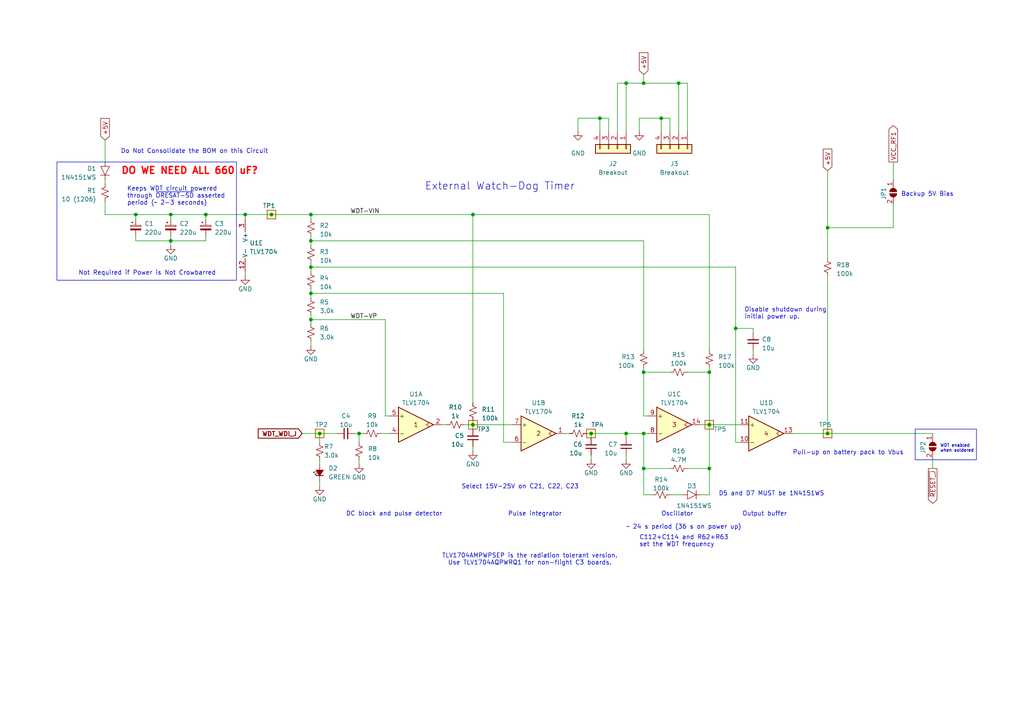
<source format=kicad_sch>
(kicad_sch (version 20231120) (generator "eeschema") (generator_version "8.0")
  (paper "A4")
  (lib_symbols
    (symbol "Connector_Generic:Conn_01x04" (pin_names (offset 1.016) hide)
      (property "Reference" "J" (at 0 5.08 0))
      (property "Value" "Conn_01x04" (at 0 -7.62 0))
      (symbol "Conn_01x04_1_1"
        (pin passive line (at -5.08 2.54 0) (length 3.81) (name "Pin_1") (number "1"))
        (pin passive line (at -5.08 0 0) (length 3.81) (name "Pin_2") (number "2"))
        (pin passive line (at -5.08 -2.54 0) (length 3.81) (name "Pin_3") (number "3"))
        (pin passive line (at -5.08 -5.08 0) (length 3.81) (name "Pin_4") (number "4"))
      )
    )
    (symbol "Device:C_Polarized_Small" (pin_numbers hide) (pin_names (offset 0.254) hide)
      (property "Reference" "C" (at 0.254 1.778 0))
      (property "Value" "C_Polarized_Small" (at 0.254 -2.032 0))
      (symbol "C_Polarized_Small_1_1"
        (pin passive line (at 0 2.54 270) (length 1.8542) (name "~") (number "1"))
        (pin passive line (at 0 -2.54 90) (length 1.8542) (name "~") (number "2"))
      )
    )
    (symbol "Device:C_Small" (pin_numbers hide) (pin_names (offset 0.254) hide)
      (property "Reference" "C" (at 0.254 1.778 0))
      (property "Value" "C_Small" (at 0.254 -2.032 0))
      (symbol "C_Small_1_1"
        (pin passive line (at 0 2.54 270) (length 2.032) (name "~") (number "1"))
        (pin passive line (at 0 -2.54 90) (length 2.032) (name "~") (number "2"))
      )
    )
    (symbol "Device:LED_Small_Filled" (pin_numbers hide) (pin_names (offset 0.254) hide)
      (property "Reference" "D" (at -1.27 3.175 0))
      (property "Value" "LED_Small_Filled" (at -4.445 -2.54 0))
      (symbol "LED_Small_Filled_1_1"
        (pin passive line (at -2.54 0 0) (length 1.778) (name "K") (number "1"))
        (pin passive line (at 2.54 0 180) (length 1.778) (name "A") (number "2"))
      )
    )
    (symbol "Device:R_Small_US" (pin_numbers hide) (pin_names (offset 0.254) hide)
      (property "Reference" "R" (at 0.762 0.508 0))
      (property "Value" "R_Small_US" (at 0.762 -1.016 0))
      (symbol "R_Small_US_1_1"
        (pin passive line (at 0 2.54 270) (length 1.016) (name "~") (number "1"))
        (pin passive line (at 0 -2.54 90) (length 1.016) (name "~") (number "2"))
      )
    )
    (symbol "GND_1" (power) (pin_numbers hide) (pin_names (offset 0) hide)
      (property "Value" "GND" (at 0 -3.81 0))
      (symbol "GND_1_1_1"
        (pin power_in line (at 0 0 270) (length 0) (name "~") (number "1"))
      )
    )
    (symbol "Jumper:SolderJumper_2_Open" (pin_names (offset 0) hide)
      (property "Reference" "JP" (at 0 2.032 0))
      (property "Value" "SolderJumper_2_Open" (at 0 -2.54 0))
      (symbol "SolderJumper_2_Open_1_1"
        (pin passive line (at -3.81 0 0) (length 2.54) (name "A") (number "1"))
        (pin passive line (at 3.81 0 180) (length 2.54) (name "B") (number "2"))
      )
    )
    (symbol "TLV1704AIPWR_1" (pin_names (offset 0.127))
      (property "Reference" "U" (at 0 5.08 0))
      (property "Value" "TLV1704AIPWR" (at 0 -5.08 0))
      (symbol "TLV1704AIPWR_1_1_1"
        (text "1" (at 0 0 0) (effects (font (size 1.27 1.27))))
        (pin open_collector line (at 7.62 0 180) (length 2.54) (name "~") (number "2"))
        (pin input line (at -7.62 -2.54 0) (length 2.54) (name "-") (number "4"))
        (pin input line (at -7.62 2.54 0) (length 2.54) (name "+") (number "5"))
      )
      (symbol "TLV1704AIPWR_1_2_1"
        (text "2" (at 0 0 0) (effects (font (size 1.27 1.27))))
        (pin open_collector line (at 7.62 0 180) (length 2.54) (name "~") (number "1"))
        (pin input line (at -7.62 -2.54 0) (length 2.54) (name "-") (number "6"))
        (pin input line (at -7.62 2.54 0) (length 2.54) (name "+") (number "7"))
      )
      (symbol "TLV1704AIPWR_1_3_1"
        (text "3" (at 0 0 0) (effects (font (size 1.27 1.27))))
        (pin open_collector line (at 7.62 0 180) (length 2.54) (name "~") (number "14"))
        (pin input line (at -7.62 -2.54 0) (length 2.54) (name "-") (number "8"))
        (pin input line (at -7.62 2.54 0) (length 2.54) (name "+") (number "9"))
      )
      (symbol "TLV1704AIPWR_1_4_1"
        (text "4" (at 0 0 0) (effects (font (size 1.27 1.27))))
        (pin input line (at -7.62 -2.54 0) (length 2.54) (name "-") (number "10"))
        (pin input line (at -7.62 2.54 0) (length 2.54) (name "+") (number "11"))
        (pin open_collector line (at 7.62 0 180) (length 2.54) (name "~") (number "13"))
      )
      (symbol "TLV1704AIPWR_1_5_1"
        (pin power_in line (at -2.54 -7.62 90) (length 3.81) (name "V-") (number "12"))
        (pin power_in line (at -2.54 7.62 270) (length 3.81) (name "V+") (number "3"))
      )
    )
    (symbol "TLV1704AIPWR_2" (pin_names (offset 0.127))
      (property "Reference" "U" (at 0 5.08 0))
      (property "Value" "TLV1704AIPWR" (at 0 -5.08 0))
      (symbol "TLV1704AIPWR_2_1_1"
        (text "1" (at 0 0 0) (effects (font (size 1.27 1.27))))
        (pin open_collector line (at 7.62 0 180) (length 2.54) (name "~") (number "2"))
        (pin input line (at -7.62 -2.54 0) (length 2.54) (name "-") (number "4"))
        (pin input line (at -7.62 2.54 0) (length 2.54) (name "+") (number "5"))
      )
      (symbol "TLV1704AIPWR_2_2_1"
        (text "2" (at 0 0 0) (effects (font (size 1.27 1.27))))
        (pin open_collector line (at 7.62 0 180) (length 2.54) (name "~") (number "1"))
        (pin input line (at -7.62 -2.54 0) (length 2.54) (name "-") (number "6"))
        (pin input line (at -7.62 2.54 0) (length 2.54) (name "+") (number "7"))
      )
      (symbol "TLV1704AIPWR_2_3_1"
        (text "3" (at 0 0 0) (effects (font (size 1.27 1.27))))
        (pin open_collector line (at 7.62 0 180) (length 2.54) (name "~") (number "14"))
        (pin input line (at -7.62 -2.54 0) (length 2.54) (name "-") (number "8"))
        (pin input line (at -7.62 2.54 0) (length 2.54) (name "+") (number "9"))
      )
      (symbol "TLV1704AIPWR_2_4_1"
        (text "4" (at 0 0 0) (effects (font (size 1.27 1.27))))
        (pin input line (at -7.62 -2.54 0) (length 2.54) (name "-") (number "10"))
        (pin input line (at -7.62 2.54 0) (length 2.54) (name "+") (number "11"))
        (pin open_collector line (at 7.62 0 180) (length 2.54) (name "~") (number "13"))
      )
      (symbol "TLV1704AIPWR_2_5_1"
        (pin power_in line (at -2.54 -7.62 90) (length 3.81) (name "V-") (number "12"))
        (pin power_in line (at -2.54 7.62 270) (length 3.81) (name "V+") (number "3"))
      )
    )
    (symbol "TLV1704AIPWR_3" (pin_names (offset 0.127))
      (property "Reference" "U" (at 0 5.08 0))
      (property "Value" "TLV1704AIPWR" (at 0 -5.08 0))
      (symbol "TLV1704AIPWR_3_1_1"
        (text "1" (at 0 0 0) (effects (font (size 1.27 1.27))))
        (pin open_collector line (at 7.62 0 180) (length 2.54) (name "~") (number "2"))
        (pin input line (at -7.62 -2.54 0) (length 2.54) (name "-") (number "4"))
        (pin input line (at -7.62 2.54 0) (length 2.54) (name "+") (number "5"))
      )
      (symbol "TLV1704AIPWR_3_2_1"
        (text "2" (at 0 0 0) (effects (font (size 1.27 1.27))))
        (pin open_collector line (at 7.62 0 180) (length 2.54) (name "~") (number "1"))
        (pin input line (at -7.62 -2.54 0) (length 2.54) (name "-") (number "6"))
        (pin input line (at -7.62 2.54 0) (length 2.54) (name "+") (number "7"))
      )
      (symbol "TLV1704AIPWR_3_3_1"
        (text "3" (at 0 0 0) (effects (font (size 1.27 1.27))))
        (pin open_collector line (at 7.62 0 180) (length 2.54) (name "~") (number "14"))
        (pin input line (at -7.62 -2.54 0) (length 2.54) (name "-") (number "8"))
        (pin input line (at -7.62 2.54 0) (length 2.54) (name "+") (number "9"))
      )
      (symbol "TLV1704AIPWR_3_4_1"
        (text "4" (at 0 0 0) (effects (font (size 1.27 1.27))))
        (pin input line (at -7.62 -2.54 0) (length 2.54) (name "-") (number "10"))
        (pin input line (at -7.62 2.54 0) (length 2.54) (name "+") (number "11"))
        (pin open_collector line (at 7.62 0 180) (length 2.54) (name "~") (number "13"))
      )
      (symbol "TLV1704AIPWR_3_5_1"
        (pin power_in line (at -2.54 -7.62 90) (length 3.81) (name "V-") (number "12"))
        (pin power_in line (at -2.54 7.62 270) (length 3.81) (name "V+") (number "3"))
      )
    )
    (symbol "TLV1704AIPWR_4" (pin_names (offset 0.127))
      (property "Reference" "U" (at 0 5.08 0))
      (property "Value" "TLV1704AIPWR" (at 0 -5.08 0))
      (symbol "TLV1704AIPWR_4_1_1"
        (text "1" (at 0 0 0) (effects (font (size 1.27 1.27))))
        (pin open_collector line (at 7.62 0 180) (length 2.54) (name "~") (number "2"))
        (pin input line (at -7.62 -2.54 0) (length 2.54) (name "-") (number "4"))
        (pin input line (at -7.62 2.54 0) (length 2.54) (name "+") (number "5"))
      )
      (symbol "TLV1704AIPWR_4_2_1"
        (text "2" (at 0 0 0) (effects (font (size 1.27 1.27))))
        (pin open_collector line (at 7.62 0 180) (length 2.54) (name "~") (number "1"))
        (pin input line (at -7.62 -2.54 0) (length 2.54) (name "-") (number "6"))
        (pin input line (at -7.62 2.54 0) (length 2.54) (name "+") (number "7"))
      )
      (symbol "TLV1704AIPWR_4_3_1"
        (text "3" (at 0 0 0) (effects (font (size 1.27 1.27))))
        (pin open_collector line (at 7.62 0 180) (length 2.54) (name "~") (number "14"))
        (pin input line (at -7.62 -2.54 0) (length 2.54) (name "-") (number "8"))
        (pin input line (at -7.62 2.54 0) (length 2.54) (name "+") (number "9"))
      )
      (symbol "TLV1704AIPWR_4_4_1"
        (text "4" (at 0 0 0) (effects (font (size 1.27 1.27))))
        (pin input line (at -7.62 -2.54 0) (length 2.54) (name "-") (number "10"))
        (pin input line (at -7.62 2.54 0) (length 2.54) (name "+") (number "11"))
        (pin open_collector line (at 7.62 0 180) (length 2.54) (name "~") (number "13"))
      )
      (symbol "TLV1704AIPWR_4_5_1"
        (pin power_in line (at -2.54 -7.62 90) (length 3.81) (name "V-") (number "12"))
        (pin power_in line (at -2.54 7.62 270) (length 3.81) (name "V+") (number "3"))
      )
    )
    (symbol "oresat-diodes:1N4151WS-HE3" (pin_numbers hide) (pin_names (offset 0) hide)
      (property "Reference" "D" (at 0 2.54 0))
      (property "Value" "1N4151WS" (at 0 -2.54 0))
      (symbol "1N4151WS-HE3_1_1"
        (pin passive line (at 2.54 0 180) (length 1.27) (name "1") (number "1"))
        (pin passive line (at -2.54 0 0) (length 1.27) (name "2") (number "2"))
      )
    )
    (symbol "oresat-ics:TLV1704AIPWR" (pin_names (offset 0.127))
      (property "Reference" "U" (at 0 5.08 0))
      (property "Value" "TLV1704AIPWR" (at 0 -5.08 0))
      (symbol "TLV1704AIPWR_1_1"
        (text "1" (at 0 0 0) (effects (font (size 1.27 1.27))))
        (pin open_collector line (at 7.62 0 180) (length 2.54) (name "~") (number "2"))
        (pin input line (at -7.62 -2.54 0) (length 2.54) (name "-") (number "4"))
        (pin input line (at -7.62 2.54 0) (length 2.54) (name "+") (number "5"))
      )
      (symbol "TLV1704AIPWR_2_1"
        (text "2" (at 0 0 0) (effects (font (size 1.27 1.27))))
        (pin open_collector line (at 7.62 0 180) (length 2.54) (name "~") (number "1"))
        (pin input line (at -7.62 -2.54 0) (length 2.54) (name "-") (number "6"))
        (pin input line (at -7.62 2.54 0) (length 2.54) (name "+") (number "7"))
      )
      (symbol "TLV1704AIPWR_3_1"
        (text "3" (at 0 0 0) (effects (font (size 1.27 1.27))))
        (pin open_collector line (at 7.62 0 180) (length 2.54) (name "~") (number "14"))
        (pin input line (at -7.62 -2.54 0) (length 2.54) (name "-") (number "8"))
        (pin input line (at -7.62 2.54 0) (length 2.54) (name "+") (number "9"))
      )
      (symbol "TLV1704AIPWR_4_1"
        (text "4" (at 0 0 0) (effects (font (size 1.27 1.27))))
        (pin input line (at -7.62 -2.54 0) (length 2.54) (name "-") (number "10"))
        (pin input line (at -7.62 2.54 0) (length 2.54) (name "+") (number "11"))
        (pin open_collector line (at 7.62 0 180) (length 2.54) (name "~") (number "13"))
      )
      (symbol "TLV1704AIPWR_5_1"
        (pin power_in line (at -2.54 -7.62 90) (length 3.81) (name "V-") (number "12"))
        (pin power_in line (at -2.54 7.62 270) (length 3.81) (name "V+") (number "3"))
      )
    )
    (symbol "oresat-misc:Test-Point-0.75mm-th" (exclude_from_sim yes) (in_bom no)
      (property "Reference" "TP" (at 0 2.54 0))
      (symbol "Test-Point-0.75mm-th_1_0"
        (pin passive line (at 0 0 0) (length 0) (name "1") (number "1"))
      )
    )
    (symbol "power:GND" (power) (pin_names (offset 0))
      (property "Value" "GND" (at 0 -3.81 0))
      (symbol "GND_1_1"
        (pin power_in line (at 0 0 270) (length 0) hide (name "GND") (number "1"))
      )
    )
  )
  (junction (at 181.61 24.13))
  (junction (at 90.17 62.23))
  (junction (at 71.12 62.23))
  (junction (at 49.53 69.85))
  (junction (at 213.36 95.25))
  (junction (at 78.74 62.23))
  (junction (at 191.77 34.29))
  (junction (at 196.85 24.13))
  (junction (at 186.69 107.95))
  (junction (at 171.45 125.73))
  (junction (at 205.74 123.19))
  (junction (at 90.17 69.85))
  (junction (at 205.74 107.95))
  (junction (at 92.71 125.73))
  (junction (at 205.74 135.89))
  (junction (at 59.69 62.23))
  (junction (at 90.17 77.47))
  (junction (at 90.17 85.09))
  (junction (at 49.53 62.23))
  (junction (at 173.99 34.29))
  (junction (at 186.69 135.89))
  (junction (at 137.16 123.19))
  (junction (at 186.69 24.13))
  (junction (at 186.69 125.73))
  (junction (at 240.03 125.73))
  (junction (at 104.14 125.73))
  (junction (at 181.61 125.73))
  (junction (at 39.37 62.23))
  (junction (at 90.17 92.71))
  (junction (at 240.03 66.04))
  (junction (at 137.16 62.23))
  (wire (pts (xy 240.03 125.73) (xy 270.51 125.73)))
  (wire (pts (xy 199.39 135.89) (xy 205.74 135.89)))
  (wire (pts (xy 90.17 92.71) (xy 90.17 93.98)))
  (wire (pts (xy 171.45 133.35) (xy 171.45 132.08)))
  (wire (pts (xy 30.48 52.07) (xy 30.48 53.34)))
  (wire (pts (xy 78.74 62.23) (xy 90.17 62.23)))
  (wire (pts (xy 104.14 125.73) (xy 104.14 128.27)))
  (polyline (pts (xy 283.21 124.46) (xy 283.21 133.35)))
  (wire (pts (xy 259.08 66.04) (xy 240.03 66.04)))
  (wire (pts (xy 167.64 34.29) (xy 167.64 38.1)))
  (wire (pts (xy 59.69 62.23) (xy 71.12 62.23)))
  (wire (pts (xy 90.17 92.71) (xy 111.76 92.71)))
  (wire (pts (xy 186.69 107.95) (xy 194.31 107.95)))
  (wire (pts (xy 92.71 128.27) (xy 92.71 125.73)))
  (wire (pts (xy 218.44 96.52) (xy 218.44 95.25)))
  (wire (pts (xy 240.03 66.04) (xy 240.03 74.93)))
  (wire (pts (xy 181.61 24.13) (xy 181.61 38.1)))
  (wire (pts (xy 104.14 133.35) (xy 104.14 134.62)))
  (wire (pts (xy 87.63 125.73) (xy 92.71 125.73)))
  (wire (pts (xy 90.17 69.85) (xy 90.17 71.12)))
  (wire (pts (xy 146.05 128.27) (xy 148.59 128.27)))
  (wire (pts (xy 171.45 125.73) (xy 171.45 127)))
  (wire (pts (xy 186.69 135.89) (xy 186.69 125.73)))
  (wire (pts (xy 259.08 46.99) (xy 259.08 52.07)))
  (wire (pts (xy 30.48 58.42) (xy 30.48 62.23)))
  (wire (pts (xy 134.62 123.19) (xy 137.16 123.19)))
  (wire (pts (xy 213.36 95.25) (xy 218.44 95.25)))
  (wire (pts (xy 137.16 123.19) (xy 148.59 123.19)))
  (wire (pts (xy 205.74 107.95) (xy 205.74 123.19)))
  (wire (pts (xy 194.31 135.89) (xy 186.69 135.89)))
  (wire (pts (xy 90.17 83.82) (xy 90.17 85.09)))
  (wire (pts (xy 186.69 106.68) (xy 186.69 107.95)))
  (wire (pts (xy 137.16 123.19) (xy 137.16 121.92)))
  (wire (pts (xy 194.31 143.51) (xy 198.12 143.51)))
  (wire (pts (xy 102.87 125.73) (xy 104.14 125.73)))
  (wire (pts (xy 137.16 130.81) (xy 137.16 129.54)))
  (wire (pts (xy 199.39 38.1) (xy 199.39 24.13)))
  (wire (pts (xy 104.14 125.73) (xy 105.41 125.73)))
  (wire (pts (xy 49.53 62.23) (xy 49.53 63.5)))
  (wire (pts (xy 71.12 63.5) (xy 71.12 62.23)))
  (wire (pts (xy 187.96 120.65) (xy 186.69 120.65)))
  (wire (pts (xy 213.36 128.27) (xy 214.63 128.27)))
  (wire (pts (xy 181.61 125.73) (xy 186.69 125.73)))
  (wire (pts (xy 90.17 85.09) (xy 146.05 85.09)))
  (wire (pts (xy 49.53 69.85) (xy 59.69 69.85)))
  (wire (pts (xy 181.61 24.13) (xy 186.69 24.13)))
  (wire (pts (xy 213.36 77.47) (xy 213.36 95.25)))
  (wire (pts (xy 90.17 69.85) (xy 186.69 69.85)))
  (wire (pts (xy 90.17 63.5) (xy 90.17 62.23)))
  (wire (pts (xy 90.17 68.58) (xy 90.17 69.85)))
  (wire (pts (xy 199.39 107.95) (xy 205.74 107.95)))
  (wire (pts (xy 111.76 120.65) (xy 113.03 120.65)))
  (wire (pts (xy 163.83 125.73) (xy 165.1 125.73)))
  (wire (pts (xy 146.05 85.09) (xy 146.05 128.27)))
  (wire (pts (xy 30.48 62.23) (xy 39.37 62.23)))
  (wire (pts (xy 205.74 135.89) (xy 205.74 123.19)))
  (wire (pts (xy 90.17 99.06) (xy 90.17 100.33)))
  (wire (pts (xy 186.69 143.51) (xy 186.69 135.89)))
  (wire (pts (xy 171.45 125.73) (xy 181.61 125.73)))
  (wire (pts (xy 191.77 34.29) (xy 185.42 34.29)))
  (wire (pts (xy 137.16 62.23) (xy 90.17 62.23)))
  (wire (pts (xy 185.42 34.29) (xy 185.42 38.1)))
  (wire (pts (xy 173.99 38.1) (xy 173.99 34.29)))
  (wire (pts (xy 92.71 140.97) (xy 92.71 139.7)))
  (wire (pts (xy 205.74 101.6) (xy 205.74 62.23)))
  (wire (pts (xy 191.77 34.29) (xy 194.31 34.29)))
  (wire (pts (xy 173.99 34.29) (xy 167.64 34.29)))
  (wire (pts (xy 59.69 63.5) (xy 59.69 62.23)))
  (wire (pts (xy 110.49 125.73) (xy 113.03 125.73)))
  (wire (pts (xy 176.53 34.29) (xy 176.53 38.1)))
  (wire (pts (xy 137.16 62.23) (xy 137.16 116.84)))
  (wire (pts (xy 179.07 24.13) (xy 181.61 24.13)))
  (wire (pts (xy 240.03 80.01) (xy 240.03 125.73)))
  (wire (pts (xy 203.2 123.19) (xy 205.74 123.19)))
  (wire (pts (xy 205.74 123.19) (xy 214.63 123.19)))
  (wire (pts (xy 196.85 38.1) (xy 196.85 24.13)))
  (wire (pts (xy 179.07 38.1) (xy 179.07 24.13)))
  (wire (pts (xy 39.37 62.23) (xy 49.53 62.23)))
  (wire (pts (xy 181.61 127) (xy 181.61 125.73)))
  (polyline (pts (xy 265.43 133.35) (xy 265.43 124.46)))
  (wire (pts (xy 205.74 143.51) (xy 205.74 135.89)))
  (wire (pts (xy 128.27 123.19) (xy 129.54 123.19)))
  (wire (pts (xy 199.39 24.13) (xy 196.85 24.13)))
  (wire (pts (xy 218.44 102.87) (xy 218.44 101.6)))
  (wire (pts (xy 186.69 24.13) (xy 186.69 21.59)))
  (wire (pts (xy 191.77 38.1) (xy 191.77 34.29)))
  (wire (pts (xy 71.12 80.01) (xy 71.12 78.74)))
  (wire (pts (xy 49.53 68.58) (xy 49.53 69.85)))
  (wire (pts (xy 259.08 59.69) (xy 259.08 66.04)))
  (wire (pts (xy 92.71 125.73) (xy 97.79 125.73)))
  (polyline (pts (xy 265.43 124.46) (xy 283.21 124.46)))
  (wire (pts (xy 270.51 133.35) (xy 270.51 135.89)))
  (wire (pts (xy 194.31 34.29) (xy 194.31 38.1)))
  (wire (pts (xy 240.03 49.53) (xy 240.03 66.04)))
  (wire (pts (xy 213.36 95.25) (xy 213.36 128.27)))
  (wire (pts (xy 90.17 77.47) (xy 90.17 78.74)))
  (wire (pts (xy 111.76 92.71) (xy 111.76 120.65)))
  (wire (pts (xy 30.48 40.64) (xy 30.48 46.99)))
  (wire (pts (xy 49.53 69.85) (xy 39.37 69.85)))
  (wire (pts (xy 90.17 76.2) (xy 90.17 77.47)))
  (wire (pts (xy 92.71 133.35) (xy 92.71 134.62)))
  (wire (pts (xy 90.17 91.44) (xy 90.17 92.71)))
  (wire (pts (xy 186.69 125.73) (xy 187.96 125.73)))
  (polyline (pts (xy 283.21 133.35) (xy 265.43 133.35)))
  (wire (pts (xy 186.69 101.6) (xy 186.69 69.85)))
  (wire (pts (xy 186.69 120.65) (xy 186.69 107.95)))
  (wire (pts (xy 203.2 143.51) (xy 205.74 143.51)))
  (wire (pts (xy 39.37 62.23) (xy 39.37 63.5)))
  (wire (pts (xy 71.12 62.23) (xy 78.74 62.23)))
  (wire (pts (xy 59.69 68.58) (xy 59.69 69.85)))
  (wire (pts (xy 39.37 68.58) (xy 39.37 69.85)))
  (wire (pts (xy 196.85 24.13) (xy 186.69 24.13)))
  (wire (pts (xy 90.17 85.09) (xy 90.17 86.36)))
  (wire (pts (xy 137.16 123.19) (xy 137.16 124.46)))
  (wire (pts (xy 181.61 133.35) (xy 181.61 132.08)))
  (wire (pts (xy 229.87 125.73) (xy 240.03 125.73)))
  (wire (pts (xy 137.16 62.23) (xy 205.74 62.23)))
  (wire (pts (xy 170.18 125.73) (xy 171.45 125.73)))
  (wire (pts (xy 186.69 143.51) (xy 189.23 143.51)))
  (wire (pts (xy 90.17 77.47) (xy 213.36 77.47)))
  (wire (pts (xy 173.99 34.29) (xy 176.53 34.29)))
  (wire (pts (xy 205.74 106.68) (xy 205.74 107.95)))
  (wire (pts (xy 49.53 69.85) (xy 49.53 71.12)))
  (wire (pts (xy 49.53 62.23) (xy 59.69 62.23)))
  (rectangle (start 16.51 46.99) (end 68.58 81.28))
  (text "DO WE NEED ALL 660 uF?" (at 35.052 50.8 0) (effects (font (size 2 2) (thickness 0.4) (bold yes)) (justify left bottom)))
  (text "TLV1704AMPWPSEP is the radiation tolerant version.\nUse TLV1704AQPWRQ1 for non-flight C3 boards." (at 153.67 162.306 0) (effects (font (size 1.27 1.27))))
  (text "Do Not Consolidate the BOM on this Circuit" (at 56.388 43.942 0) (effects (font (size 1.27 1.27))))
  (text "Pulse integrator" (at 147.32 149.86 0) (effects (font (size 1.27 1.27)) (justify left bottom)))
  (text "C112+C114 and R62+R63 \nset the WDT frequency" (at 185.42 158.75 0) (effects (font (size 1.27 1.27)) (justify left bottom)))
  (text "Backup 5V Bias" (at 268.986 56.388 0) (effects (font (size 1.27 1.27))))
  (text "Disable shutdown during\ninitial power up." (at 215.9 92.71 0) (effects (font (size 1.27 1.27)) (justify left bottom)))
  (text "Not Required if Power is Not Crowbarred " (at 43.18 79.248 0) (effects (font (size 1.27 1.27))))
  (text "~ 24 s period (36 s on power up)" (at 181.61 153.67 0) (effects (font (size 1.27 1.27)) (justify left bottom)))
  (text "Oscillator" (at 191.77 149.86 0) (effects (font (size 1.27 1.27)) (justify left bottom)))
  (text "Select 15V-25V on C21, C22, C23" (at 150.876 141.224 0) (effects (font (size 1.27 1.27))))
  (text "Output buffer" (at 215.265 149.86 0) (effects (font (size 1.27 1.27)) (justify left bottom)))
  (text "DC block and pulse detector" (at 100.33 149.86 0) (effects (font (size 1.27 1.27)) (justify left bottom)))
  (text "Keeps WDT circuit powered\nthrough ~{ORESAT-SD} asserted\nperiod (~ 2-3 seconds)" (at 36.83 59.69 0) (effects (font (size 1.27 1.27)) (justify left bottom)))
  (text "External Watch-Dog Timer" (at 123.19 55.372 0) (effects (font (size 2.159 2.159)) (justify left bottom)))
  (text "WDT enabled\nwhen soldered" (at 272.669 131.318 0) (effects (font (size 0.889 0.889)) (justify left bottom)))
  (text "Pull-up on battery pack to Vbus" (at 229.87 132.08 0) (effects (font (size 1.27 1.27)) (justify left bottom)))
  (text "D5 and D7 MUST be 1N4151WS" (at 223.774 143.256 0) (effects (font (size 1.27 1.27))))
  (label "WDT-VIN" (at 101.6 62.23 0))
  (label "WDT-VP" (at 101.6 92.71 0))
  (global_label "+5V" (shape input) (at 186.69 21.59 90) (property "Intersheetrefs" "${INTERSHEET_REFS}" (effects (hide yes))))
  (global_label "+5V" (shape input) (at 240.03 49.53 90) (property "Intersheetrefs" "${INTERSHEET_REFS}" (effects (hide yes))))
  (global_label "~{RESET_J}" (shape output) (at 270.51 135.89 270) (property "Intersheetrefs" "${INTERSHEET_REFS}" (effects (hide yes))))
  (global_label "VCC_RF1" (shape output) (at 259.08 46.99 90) (property "Intersheetrefs" "${INTERSHEET_REFS}" (effects (hide yes))))
  (global_label "+5V" (shape input) (at 30.48 40.64 90) (property "Intersheetrefs" "${INTERSHEET_REFS}" (effects (hide yes))))
  (global_label "WDT_WDI_J" (shape input) (at 87.63 125.73 180) (effects (font (thickness 0.254) (bold yes))) (property "Intersheetrefs" "${INTERSHEET_REFS}" (effects (hide yes))))
  (symbol (lib_id "oresat-misc:Test-Point-0.75mm-th") (at 92.71 125.73 0) (unit 1) (exclude_from_sim yes) (in_bom no)
    (property "Reference" "TP2" (at 91.44 123.19 0) (effects (justify left)))
    (property "Value" "TestPoint-MinTH" (effects (hide yes)))
    (property "Footprint" "oresat-misc:TestPoint-0.75mm-th" (effects (hide yes)))
    (property "Description" "0.75 mm TH test point; good for scope probes and jumpers" (effects (hide yes)))
  )
  (symbol (lib_id "Device:C_Polarized_Small") (at 59.69 66.04 0) (unit 1)
    (property "Reference" "C3" (at 62.23 64.8589 0) (effects (justify left)))
    (property "Value" "220u" (at 62.23 67.3989 0) (effects (justify left)))
    (property "Footprint" "Capacitor_Tantalum_SMD:CP_EIA-7361-38_AVX-V" (effects (hide yes)))
    (property "Description" "220µF Molded Tantalum Capacitors 16V 2917 (7343 Metric) 100mOhm @ 100kHz" (effects (hide yes)))
    (property "DPN" "478-12518-2-ND" (effects (hide yes)))
    (property "DST" "Digi-Key" (effects (hide yes)))
    (property "MFR" "Kyocera AVX" (effects (hide yes)))
    (property "MPN" "TCN4227M025R0100" (effects (hide yes)))
  )
  (symbol (lib_name "TLV1704AIPWR_4") (lib_id "oresat-ics:TLV1704AIPWR") (at 156.21 125.73 0) (unit 2)
    (property "Reference" "U1" (at 156.21 116.84 0))
    (property "Value" "TLV1704" (at 156.21 119.38 0))
    (property "Footprint" "Package_SO:TSSOP-14_4.4x5mm_P0.65mm" (effects (hide yes)))
    (property "Datasheet" "https://www.ti.com/lit/ds/symlink/tlv1704-sep.pdf" (effects (hide yes)))
    (property "Description" "Analog Comparators 2.2-V to 36-V, radiation tolerant microPower quad comparator in space enhanced plastic 14-TSSOP -55 to 125" (effects (hide yes)))
    (property "MFR" "Texas Instruments" (effects (hide yes)))
    (property "MPN" "TLV1704AQPWRQ1" (effects (hide yes)))
    (property "DST" "Digi-Key" (effects (hide yes)))
    (property "DPN" "296-43799-2-ND" (effects (hide yes)))
  )
  (symbol (lib_id "power:GND") (at 104.14 134.62 0) (unit 1)
    (property "Reference" "#PWR06" (effects (hide yes)))
    (property "Value" "GND" (at 104.14 138.43 0))
    (property "Description" "Power symbol creates a global label with name \"GND\" , ground" (effects (hide yes)))
  )
  (symbol (lib_id "Connector_Generic:Conn_01x04") (at 179.07 43.18 270) (unit 1)
    (property "Reference" "J2" (at 177.8 47.498 90))
    (property "Value" "Breakout" (at 177.8 50.038 90))
    (property "Footprint" "Connector_PinHeader_2.54mm:PinHeader_1x04_P2.54mm_Vertical" (effects (hide yes)))
  )
  (symbol (lib_id "Device:R_Small_US") (at 104.14 130.81 0) (unit 1)
    (property "Reference" "R8" (at 106.68 130.175 0) (effects (justify left)))
    (property "Value" "10k" (at 106.68 132.715 0) (effects (justify left)))
    (property "Footprint" "Resistor_SMD:R_0603_1608Metric" (effects (hide yes)))
    (property "Description" "10 kOhms ±1% 0.1W, 1/10W Chip Resistor 0603 (1608 Metric) Automotive AEC-Q200 Thick Film" (effects (hide yes)))
    (property "DPN" "RMCF0603FT10K0CT-ND" (effects (hide yes)))
    (property "DST" "Digi-Key" (effects (hide yes)))
    (property "MFR" "Stackpole Electronics Inc" (effects (hide yes)))
    (property "MPN" "RMCF0603FT10K0" (effects (hide yes)))
  )
  (symbol (lib_id "Device:R_Small_US") (at 90.17 73.66 0) (unit 1)
    (property "Reference" "R3" (at 92.71 73.025 0) (effects (justify left)))
    (property "Value" "10k" (at 92.71 75.565 0) (effects (justify left)))
    (property "Footprint" "Resistor_SMD:R_0603_1608Metric" (effects (hide yes)))
    (property "Description" "10 kOhms ±1% 0.1W, 1/10W Chip Resistor 0603 (1608 Metric) Automotive AEC-Q200 Thick Film" (effects (hide yes)))
    (property "DPN" "RMCF0603FT10K0CT-ND" (effects (hide yes)))
    (property "DST" "Digi-Key" (effects (hide yes)))
    (property "MFR" "Stackpole Electronics Inc" (effects (hide yes)))
    (property "MPN" "RMCF0603FT10K0" (effects (hide yes)))
  )
  (symbol (lib_name "GND_1") (lib_id "power:GND") (at 185.42 38.1 0) (unit 1)
    (property "Reference" "#PWR011" (effects (hide yes)))
    (property "Value" "GND" (at 185.42 44.45 0))
    (property "Description" "Power symbol creates a global label with name \"GND\" , ground" (effects (hide yes)))
  )
  (symbol (lib_id "Device:R_Small_US") (at 90.17 88.9 0) (unit 1)
    (property "Reference" "R5" (at 92.71 87.63 0) (effects (justify left)))
    (property "Value" "3.0k" (at 92.71 90.17 0) (effects (justify left)))
    (property "Footprint" "Resistor_SMD:R_0603_1608Metric" (effects (hide yes)))
    (property "Description" "3 kOhms ±1% 0.1W, 1/10W Chip Resistor 0603 (1608 Metric) Automotive AEC-Q200 Thick Film" (effects (hide yes)))
    (property "DPN" "RMCF0603FT3K00CT-ND" (effects (hide yes)))
    (property "DST" "Digi-Key" (effects (hide yes)))
    (property "MFR" "Stackpole Electronics Inc" (effects (hide yes)))
    (property "MPN" "RMCF0603FT3K00" (effects (hide yes)))
  )
  (symbol (lib_id "Device:R_Small_US") (at 132.08 123.19 90) (unit 1)
    (property "Reference" "R10" (at 132.08 118.11 90))
    (property "Value" "1k" (at 132.08 120.65 90))
    (property "Footprint" "Resistor_SMD:R_0603_1608Metric" (effects (hide yes)))
    (property "Description" "1 kOhms ±1% 0.1W, 1/10W Chip Resistor 0603 (1608 Metric) Automotive AEC-Q200 Thick Film" (effects (hide yes)))
    (property "DPN" "RMCF0603FT1K00CT-ND" (effects (hide yes)))
    (property "DST" "Digi-Key" (effects (hide yes)))
    (property "MFR" "Stackpole Electronics Inc" (effects (hide yes)))
    (property "MPN" "RMCF0603FT1K00" (effects (hide yes)))
  )
  (symbol (lib_name "TLV1704AIPWR_2") (lib_id "oresat-ics:TLV1704AIPWR") (at 195.58 123.19 0) (unit 3)
    (property "Reference" "U1" (at 195.58 114.3 0))
    (property "Value" "TLV1704" (at 195.58 116.84 0))
    (property "Footprint" "Package_SO:TSSOP-14_4.4x5mm_P0.65mm" (effects (hide yes)))
    (property "Datasheet" "https://www.ti.com/lit/ds/symlink/tlv1704-sep.pdf" (effects (hide yes)))
    (property "Description" "Analog Comparators 2.2-V to 36-V, radiation tolerant microPower quad comparator in space enhanced plastic 14-TSSOP -55 to 125" (effects (hide yes)))
    (property "MFR" "Texas Instruments" (effects (hide yes)))
    (property "MPN" "TLV1704AQPWRQ1" (effects (hide yes)))
    (property "DST" "Digi-Key" (effects (hide yes)))
    (property "DPN" "296-43799-2-ND" (effects (hide yes)))
  )
  (symbol (lib_id "power:GND") (at 92.71 140.97 0) (unit 1)
    (property "Reference" "#PWR05" (effects (hide yes)))
    (property "Value" "GND" (at 92.71 144.78 0))
    (property "Description" "Power symbol creates a global label with name \"GND\" , ground" (effects (hide yes)))
  )
  (symbol (lib_id "Device:C_Small") (at 171.45 129.54 0) (mirror x) (unit 1)
    (property "Reference" "C6" (at 168.91 128.8986 0) (effects (justify right)))
    (property "Value" "10u" (at 168.91 131.4386 0) (effects (justify right)))
    (property "Footprint" "Capacitor_SMD:C_0603_1608Metric" (effects (hide yes)))
    (property "Description" "10 µF ±10% 16V Ceramic Capacitor X5R 0603 (1608 Metric)" (effects (hide yes)))
    (property "DPN" "490-12317-1-ND" (effects (hide yes)))
    (property "DST" "Digi-Key" (effects (hide yes)))
    (property "MFR" "Murata" (effects (hide yes)))
    (property "MPN" "GRT188R61C106KE13D" (effects (hide yes)))
  )
  (symbol (lib_id "power:GND") (at 71.12 80.01 0) (mirror y) (unit 1)
    (property "Reference" "#PWR03" (effects (hide yes)))
    (property "Value" "GND" (at 71.12 83.82 0))
    (property "Description" "Power symbol creates a global label with name \"GND\" , ground" (effects (hide yes)))
  )
  (symbol (lib_id "Device:R_Small_US") (at 90.17 66.04 0) (unit 1)
    (property "Reference" "R2" (at 92.71 65.405 0) (effects (justify left)))
    (property "Value" "10k" (at 92.71 67.945 0) (effects (justify left)))
    (property "Footprint" "Resistor_SMD:R_0603_1608Metric" (effects (hide yes)))
    (property "Description" "10 kOhms ±1% 0.1W, 1/10W Chip Resistor 0603 (1608 Metric) Automotive AEC-Q200 Thick Film" (effects (hide yes)))
    (property "DPN" "RMCF0603FT10K0CT-ND" (effects (hide yes)))
    (property "DST" "Digi-Key" (effects (hide yes)))
    (property "MFR" "Stackpole Electronics Inc" (effects (hide yes)))
    (property "MPN" "RMCF0603FT10K0" (effects (hide yes)))
  )
  (symbol (lib_id "power:GND") (at 181.61 133.35 0) (mirror y) (unit 1)
    (property "Reference" "#PWR010" (effects (hide yes)))
    (property "Value" "GND" (at 181.61 137.16 0))
    (property "Description" "Power symbol creates a global label with name \"GND\" , ground" (effects (hide yes)))
  )
  (symbol (lib_id "Device:R_Small_US") (at 240.03 77.47 180) (unit 1)
    (property "Reference" "R18" (at 242.57 76.835 0) (effects (justify right)))
    (property "Value" "100k" (at 242.57 79.375 0) (effects (justify right)))
    (property "Footprint" "Resistor_SMD:R_0603_1608Metric" (effects (hide yes)))
    (property "Description" "100 kOhms ±5% 0.1W, 1/10W Chip Resistor 0603 (1608 Metric) Automotive AEC-Q200 Thick Film" (effects (hide yes)))
    (property "DPN" "RMCF0603FT100KCT-ND" (effects (hide yes)))
    (property "DST" "Digi-Key" (effects (hide yes)))
    (property "MFR" "Stackpole Electronics Inc" (effects (hide yes)))
    (property "MPN" "RMCF0603FT100K" (effects (hide yes)))
  )
  (symbol (lib_id "Device:C_Polarized_Small") (at 49.53 66.04 0) (unit 1)
    (property "Reference" "C2" (at 52.07 64.8589 0) (effects (justify left)))
    (property "Value" "220u" (at 52.07 67.3989 0) (effects (justify left)))
    (property "Footprint" "Capacitor_Tantalum_SMD:CP_EIA-7361-38_AVX-V" (effects (hide yes)))
    (property "Description" "220µF Molded Tantalum Capacitors 16V 2917 (7343 Metric) 100mOhm @ 100kHz" (effects (hide yes)))
    (property "DPN" "478-12518-2-ND" (effects (hide yes)))
    (property "DST" "Digi-Key" (effects (hide yes)))
    (property "MFR" "Kyocera AVX" (effects (hide yes)))
    (property "MPN" "TCN4227M025R0100" (effects (hide yes)))
  )
  (symbol (lib_id "power:GND") (at 49.53 71.12 0) (unit 1)
    (property "Reference" "#PWR02" (effects (hide yes)))
    (property "Value" "GND" (at 49.53 74.93 0))
    (property "Description" "Power symbol creates a global label with name \"GND\" , ground" (effects (hide yes)))
  )
  (symbol (lib_id "power:GND") (at 90.17 100.33 0) (unit 1)
    (property "Reference" "#PWR04" (effects (hide yes)))
    (property "Value" "GND" (at 90.17 104.14 0))
    (property "Description" "Power symbol creates a global label with name \"GND\" , ground" (effects (hide yes)))
  )
  (symbol (lib_id "Device:C_Small") (at 218.44 99.06 180) (unit 1)
    (property "Reference" "C8" (at 220.98 98.4186 0) (effects (justify right)))
    (property "Value" "10u" (at 220.98 100.9586 0) (effects (justify right)))
    (property "Footprint" "Capacitor_SMD:C_0603_1608Metric" (effects (hide yes)))
    (property "Description" "10 µF ±10% 16V Ceramic Capacitor X5R 0603 (1608 Metric)" (effects (hide yes)))
    (property "DPN" "490-12317-1-ND" (effects (hide yes)))
    (property "DST" "Digi-Key" (effects (hide yes)))
    (property "MFR" "Murata" (effects (hide yes)))
    (property "MPN" "GRT188R61C106KE13D" (effects (hide yes)))
  )
  (symbol (lib_id "power:GND") (at 171.45 133.35 0) (mirror y) (unit 1)
    (property "Reference" "#PWR09" (effects (hide yes)))
    (property "Value" "GND" (at 171.45 137.16 0))
    (property "Description" "Power symbol creates a global label with name \"GND\" , ground" (effects (hide yes)))
  )
  (symbol (lib_id "Device:R_Small_US") (at 167.64 125.73 90) (unit 1)
    (property "Reference" "R12" (at 167.64 120.65 90))
    (property "Value" "1k" (at 167.64 123.19 90))
    (property "Footprint" "Resistor_SMD:R_0603_1608Metric" (effects (hide yes)))
    (property "Description" "1 kOhms ±1% 0.1W, 1/10W Chip Resistor 0603 (1608 Metric) Automotive AEC-Q200 Thick Film" (effects (hide yes)))
    (property "DPN" "RMCF0603FT1K00CT-ND" (effects (hide yes)))
    (property "DST" "Digi-Key" (effects (hide yes)))
    (property "MFR" "Stackpole Electronics Inc" (effects (hide yes)))
    (property "MPN" "RMCF0603FT1K00" (effects (hide yes)))
  )
  (symbol (lib_id "oresat-misc:Test-Point-0.75mm-th") (at 240.03 125.73 0) (unit 1) (exclude_from_sim yes) (in_bom no)
    (property "Reference" "TP6" (at 237.49 123.19 0) (effects (justify left)))
    (property "Value" "TestPoint-MinTH" (effects (hide yes)))
    (property "Footprint" "oresat-misc:TestPoint-0.75mm-th" (effects (hide yes)))
    (property "Description" "0.75 mm TH test point; good for scope probes and jumpers" (effects (hide yes)))
  )
  (symbol (lib_id "Device:R_Small_US") (at 196.85 135.89 270) (unit 1)
    (property "Reference" "R16" (at 196.85 130.81 90))
    (property "Value" "4.7M" (at 196.85 133.35 90))
    (property "Footprint" "Resistor_SMD:R_0603_1608Metric" (effects (hide yes)))
    (property "Description" "4.7 MOhms ±1% 0.1W, 1/10W Chip Resistor 0603 (1608 Metric) Automotive AEC-Q200 Thick Film" (effects (hide yes)))
    (property "DPN" "RMCF0603FT4M70CT-ND" (effects (hide yes)))
    (property "DST" "Digi-Key" (effects (hide yes)))
    (property "MFR" "Stackpole Electronics Inc" (effects (hide yes)))
    (property "MPN" "RMCF0603FT4M70" (effects (hide yes)))
  )
  (symbol (lib_name "GND_1") (lib_id "power:GND") (at 167.64 38.1 0) (unit 1)
    (property "Reference" "#PWR08" (effects (hide yes)))
    (property "Value" "GND" (at 167.64 44.45 0))
    (property "Description" "Power symbol creates a global label with name \"GND\" , ground" (effects (hide yes)))
  )
  (symbol (lib_id "Device:R_Small_US") (at 137.16 119.38 0) (unit 1)
    (property "Reference" "R11" (at 139.7 118.745 0) (effects (justify left)))
    (property "Value" "100k" (at 139.7 121.285 0) (effects (justify left)))
    (property "Footprint" "Resistor_SMD:R_0603_1608Metric" (effects (hide yes)))
    (property "Description" "100 kOhms ±5% 0.1W, 1/10W Chip Resistor 0603 (1608 Metric) Automotive AEC-Q200 Thick Film" (effects (hide yes)))
    (property "DPN" "RMCF0603FT100KCT-ND" (effects (hide yes)))
    (property "DST" "Digi-Key" (effects (hide yes)))
    (property "MFR" "Stackpole Electronics Inc" (effects (hide yes)))
    (property "MPN" "RMCF0603FT100K" (effects (hide yes)))
  )
  (symbol (lib_id "oresat-misc:Test-Point-0.75mm-th") (at 171.45 125.73 0) (unit 1) (exclude_from_sim yes) (in_bom no)
    (property "Reference" "TP4" (at 171.45 123.19 0) (effects (justify left)))
    (property "Value" "TestPoint-MinTH" (effects (hide yes)))
    (property "Footprint" "oresat-misc:TestPoint-0.75mm-th" (effects (hide yes)))
    (property "Description" "0.75 mm TH test point; good for scope probes and jumpers" (effects (hide yes)))
  )
  (symbol (lib_id "Device:LED_Small_Filled") (at 92.71 137.16 90) (unit 1)
    (property "Reference" "D2" (at 95.25 135.8265 90) (effects (justify right)))
    (property "Value" "GREEN" (at 95.25 138.3665 90) (effects (justify right)))
    (property "Footprint" "LED_SMD:LED_0603_1608Metric" (effects (hide yes)))
    (property "Description" "Green 520nm LED Indication - Discrete 3.2V 0603 (1608 Metric) - 430 mcd @ 20 mA" (effects (hide yes)))
    (property "DPN" "732-4971-1-ND" (effects (hide yes)))
    (property "DST" "Digi-Key" (effects (hide yes)))
    (property "MFR" "Wurth" (effects (hide yes)))
    (property "MPN" "150060GS75000" (effects (hide yes)))
  )
  (symbol (lib_id "oresat-ics:TLV1704AIPWR") (at 73.66 71.12 0) (unit 5)
    (property "Reference" "U1" (at 72.39 70.485 0) (effects (justify left)))
    (property "Value" "TLV1704" (at 72.39 73.025 0) (effects (justify left)))
    (property "Footprint" "Package_SO:TSSOP-14_4.4x5mm_P0.65mm" (effects (hide yes)))
    (property "Datasheet" "https://www.ti.com/lit/ds/symlink/tlv1704-sep.pdf" (effects (hide yes)))
    (property "Description" "Analog Comparators 2.2-V to 36-V, radiation tolerant microPower quad comparator in space enhanced plastic 14-TSSOP -55 to 125" (effects (hide yes)))
    (property "MFR" "Texas Instruments" (effects (hide yes)))
    (property "MPN" "TLV1704AQPWRQ1" (effects (hide yes)))
    (property "DST" "Digi-Key" (effects (hide yes)))
    (property "DPN" "296-43799-2-ND" (effects (hide yes)))
  )
  (symbol (lib_id "Device:R_Small_US") (at 90.17 96.52 0) (unit 1)
    (property "Reference" "R6" (at 92.71 95.25 0) (effects (justify left)))
    (property "Value" "3.0k" (at 92.71 97.79 0) (effects (justify left)))
    (property "Footprint" "Resistor_SMD:R_0603_1608Metric" (effects (hide yes)))
    (property "Description" "3 kOhms ±1% 0.1W, 1/10W Chip Resistor 0603 (1608 Metric) Automotive AEC-Q200 Thick Film" (effects (hide yes)))
    (property "DPN" "RMCF0603FT3K00CT-ND" (effects (hide yes)))
    (property "DST" "Digi-Key" (effects (hide yes)))
    (property "MFR" "Stackpole Electronics Inc" (effects (hide yes)))
    (property "MPN" "RMCF0603FT3K00" (effects (hide yes)))
  )
  (symbol (lib_id "Device:C_Small") (at 181.61 129.54 0) (mirror x) (unit 1)
    (property "Reference" "C7" (at 179.07 128.8986 0) (effects (justify right)))
    (property "Value" "10u" (at 179.07 131.4386 0) (effects (justify right)))
    (property "Footprint" "Capacitor_SMD:C_0603_1608Metric" (effects (hide yes)))
    (property "Description" "10 µF ±10% 16V Ceramic Capacitor X5R 0603 (1608 Metric)" (effects (hide yes)))
    (property "DPN" "490-12317-1-ND" (effects (hide yes)))
    (property "DST" "Digi-Key" (effects (hide yes)))
    (property "MFR" "Murata" (effects (hide yes)))
    (property "MPN" "GRT188R61C106KE13D" (effects (hide yes)))
  )
  (symbol (lib_name "TLV1704AIPWR_1") (lib_id "oresat-ics:TLV1704AIPWR") (at 120.65 123.19 0) (unit 1)
    (property "Reference" "U1" (at 120.65 114.3 0))
    (property "Value" "TLV1704" (at 120.65 116.84 0))
    (property "Footprint" "Package_SO:TSSOP-14_4.4x5mm_P0.65mm" (effects (hide yes)))
    (property "Datasheet" "https://www.ti.com/lit/ds/symlink/tlv1704-sep.pdf" (effects (hide yes)))
    (property "Description" "Analog Comparators 2.2-V to 36-V, radiation tolerant microPower quad comparator in space enhanced plastic 14-TSSOP -55 to 125" (effects (hide yes)))
    (property "MFR" "Texas Instruments" (effects (hide yes)))
    (property "MPN" "TLV1704AQPWRQ1" (effects (hide yes)))
    (property "DST" "Digi-Key" (effects (hide yes)))
    (property "DPN" "296-43799-2-ND" (effects (hide yes)))
  )
  (symbol (lib_name "TLV1704AIPWR_3") (lib_id "oresat-ics:TLV1704AIPWR") (at 222.25 125.73 0) (unit 4)
    (property "Reference" "U1" (at 222.25 116.84 0))
    (property "Value" "TLV1704" (at 222.25 119.38 0))
    (property "Footprint" "Package_SO:TSSOP-14_4.4x5mm_P0.65mm" (effects (hide yes)))
    (property "Datasheet" "https://www.ti.com/lit/ds/symlink/tlv1704-sep.pdf" (effects (hide yes)))
    (property "Description" "Analog Comparators 2.2-V to 36-V, radiation tolerant microPower quad comparator in space enhanced plastic 14-TSSOP -55 to 125" (effects (hide yes)))
    (property "MFR" "Texas Instruments" (effects (hide yes)))
    (property "MPN" "TLV1704AQPWRQ1" (effects (hide yes)))
    (property "DST" "Digi-Key" (effects (hide yes)))
    (property "DPN" "296-43799-2-ND" (effects (hide yes)))
  )
  (symbol (lib_id "Device:R_Small_US") (at 196.85 107.95 90) (unit 1)
    (property "Reference" "R15" (at 196.85 102.87 90))
    (property "Value" "100k" (at 196.85 105.41 90))
    (property "Footprint" "Resistor_SMD:R_0603_1608Metric" (effects (hide yes)))
    (property "Description" "100 kOhms ±5% 0.1W, 1/10W Chip Resistor 0603 (1608 Metric) Automotive AEC-Q200 Thick Film" (effects (hide yes)))
    (property "DPN" "RMCF0603FT100KCT-ND" (effects (hide yes)))
    (property "DST" "Digi-Key" (effects (hide yes)))
    (property "MFR" "Stackpole Electronics Inc" (effects (hide yes)))
    (property "MPN" "RMCF0603FT100K" (effects (hide yes)))
  )
  (symbol (lib_id "oresat-diodes:1N4151WS-HE3") (at 200.66 143.51 0) (unit 1)
    (property "Reference" "D3" (at 200.66 140.97 0))
    (property "Value" "1N4151WS" (at 201.295 146.685 0))
    (property "Footprint" "Diode_SMD:D_SOD-323" (effects (hide yes)))
    (property "Datasheet" "https://www.vishay.com/docs/85847/1n4151ws.pdf" (effects (hide yes)))
    (property "Description" "Diode Standard 50V 150mA Surface Mount SOD-323" (effects (hide yes)))
    (property "DPN" "112-1N4151WS-E3-08CT-ND" (effects (hide yes)))
    (property "DST" "Digi-Key" (effects (hide yes)))
    (property "MFR" "Vishay" (effects (hide yes)))
    (property "MPN" "1N4151WS-E3-08" (effects (hide yes)))
  )
  (symbol (lib_id "Device:C_Polarized_Small") (at 39.37 66.04 0) (unit 1)
    (property "Reference" "C1" (at 41.91 64.8589 0) (effects (justify left)))
    (property "Value" "220u" (at 41.91 67.3989 0) (effects (justify left)))
    (property "Footprint" "Capacitor_Tantalum_SMD:CP_EIA-7361-38_AVX-V" (effects (hide yes)))
    (property "Description" "220µF Molded Tantalum Capacitors 25V 2924 (7361 Metric) 100mOhm @ 100kHz" (effects (hide yes)))
    (property "DPN" "478-12518-2-ND" (effects (hide yes)))
    (property "DST" "Digi-Key" (effects (hide yes)))
    (property "MFR" "Kyocera AVX" (effects (hide yes)))
    (property "MPN" "TCN4227M025R0100" (effects (hide yes)))
  )
  (symbol (lib_id "Device:C_Small") (at 137.16 127 0) (mirror x) (unit 1)
    (property "Reference" "C5" (at 134.62 126.3586 0) (effects (justify right)))
    (property "Value" "10u" (at 134.62 128.8986 0) (effects (justify right)))
    (property "Footprint" "Capacitor_SMD:C_0603_1608Metric" (effects (hide yes)))
    (property "Description" "10 µF ±10% 16V Ceramic Capacitor X5R 0603 (1608 Metric)" (effects (hide yes)))
    (property "DPN" "490-12317-1-ND" (effects (hide yes)))
    (property "DST" "Digi-Key" (effects (hide yes)))
    (property "MFR" "Murata" (effects (hide yes)))
    (property "MPN" "GRT188R61C106KE13D" (effects (hide yes)))
  )
  (symbol (lib_id "oresat-misc:Test-Point-0.75mm-th") (at 137.16 123.19 0) (unit 1) (exclude_from_sim yes) (in_bom no)
    (property "Reference" "TP3" (at 138.43 124.46 0) (effects (justify left)))
    (property "Value" "TestPoint-MinTH" (effects (hide yes)))
    (property "Footprint" "oresat-misc:TestPoint-0.75mm-th" (effects (hide yes)))
    (property "Description" "0.75 mm TH test point; good for scope probes and jumpers" (effects (hide yes)))
  )
  (symbol (lib_id "power:GND") (at 137.16 130.81 0) (unit 1)
    (property "Reference" "#PWR07" (effects (hide yes)))
    (property "Value" "GND" (at 137.16 134.62 0))
    (property "Description" "Power symbol creates a global label with name \"GND\" , ground" (effects (hide yes)))
  )
  (symbol (lib_id "Jumper:SolderJumper_2_Open") (at 270.51 129.54 270) (unit 1)
    (property "Reference" "JP2" (at 267.716 129.794 0))
    (property "Value" "SolderJumper_2_Open" (effects (hide yes)))
    (property "Footprint" "Jumper:SolderJumper-2_P1.3mm_Open_RoundedPad1.0x1.5mm" (effects (hide yes)))
  )
  (symbol (lib_id "Device:R_Small_US") (at 191.77 143.51 270) (unit 1)
    (property "Reference" "R14" (at 191.77 139.065 90))
    (property "Value" "100k" (at 191.77 141.605 90))
    (property "Footprint" "Resistor_SMD:R_0603_1608Metric" (effects (hide yes)))
    (property "Description" "100 kOhms ±5% 0.1W, 1/10W Chip Resistor 0603 (1608 Metric) Automotive AEC-Q200 Thick Film" (effects (hide yes)))
    (property "DPN" "RMCF0603FT100KCT-ND" (effects (hide yes)))
    (property "DST" "Digi-Key" (effects (hide yes)))
    (property "MFR" "Stackpole Electronics Inc" (effects (hide yes)))
    (property "MPN" "RMCF0603FT100K" (effects (hide yes)))
  )
  (symbol (lib_id "Device:R_Small_US") (at 90.17 81.28 0) (unit 1)
    (property "Reference" "R4" (at 92.71 80.645 0) (effects (justify left)))
    (property "Value" "10k" (at 92.71 83.185 0) (effects (justify left)))
    (property "Footprint" "Resistor_SMD:R_0603_1608Metric" (effects (hide yes)))
    (property "Description" "10 kOhms ±1% 0.1W, 1/10W Chip Resistor 0603 (1608 Metric) Automotive AEC-Q200 Thick Film" (effects (hide yes)))
    (property "DPN" "RMCF0603FT10K0CT-ND" (effects (hide yes)))
    (property "DST" "Digi-Key" (effects (hide yes)))
    (property "MFR" "Stackpole Electronics Inc" (effects (hide yes)))
    (property "MPN" "RMCF0603FT10K0" (effects (hide yes)))
  )
  (symbol (lib_id "Jumper:SolderJumper_2_Open") (at 259.08 55.88 270) (unit 1)
    (property "Reference" "JP1" (at 256.286 56.134 0))
    (property "Value" "SolderJumper_2_Open" (effects (hide yes)))
    (property "Footprint" "Jumper:SolderJumper-2_P1.3mm_Open_RoundedPad1.0x1.5mm" (effects (hide yes)))
  )
  (symbol (lib_id "Device:R_Small_US") (at 30.48 55.88 0) (mirror y) (unit 1)
    (property "Reference" "R1" (at 27.94 55.245 0) (effects (justify left)))
    (property "Value" "10 (1206)" (at 27.94 57.785 0) (effects (justify left)))
    (property "Footprint" "Resistor_SMD:R_1206_3216Metric" (effects (hide yes)))
    (property "Description" "10 Ohms ±1% 0.5W, 1/2W Chip Resistor 1206 (3216 Metric) Automotive AEC-Q200, Pulse Withstanding Thick Film" (effects (hide yes)))
    (property "DPN" "RHM10.0AFCT-ND" (effects (hide yes)))
    (property "DST" "Digi-Key" (effects (hide yes)))
    (property "MFR" "Rohm Semiconductor" (effects (hide yes)))
    (property "MPN" "ESR18EZPF10R0" (effects (hide yes)))
  )
  (symbol (lib_id "Connector_Generic:Conn_01x04") (at 196.85 43.18 270) (unit 1)
    (property "Reference" "J3" (at 195.58 47.498 90))
    (property "Value" "Breakout" (at 195.58 50.038 90))
    (property "Footprint" "FC_DEV_BOARD:JST_BM04B-SRSS-TB(LF)(SN)" (effects (hide yes)))
  )
  (symbol (lib_id "oresat-misc:Test-Point-0.75mm-th") (at 78.74 62.23 0) (unit 1) (exclude_from_sim yes) (in_bom no)
    (property "Reference" "TP1" (at 76.2 59.69 0) (effects (justify left)))
    (property "Value" "TestPoint-MinTH" (effects (hide yes)))
    (property "Footprint" "oresat-misc:TestPoint-0.75mm-th" (effects (hide yes)))
    (property "Description" "0.75 mm TH test point; good for scope probes and jumpers" (effects (hide yes)))
  )
  (symbol (lib_id "Device:R_Small_US") (at 92.71 130.81 0) (unit 1)
    (property "Reference" "R7" (at 93.98 129.54 0) (effects (justify left)))
    (property "Value" "3.0k" (at 93.98 132.08 0) (effects (justify left)))
    (property "Footprint" "Resistor_SMD:R_0603_1608Metric" (effects (hide yes)))
    (property "Description" "3 kOhms ±1% 0.1W, 1/10W Chip Resistor 0603 (1608 Metric) Automotive AEC-Q200 Thick Film" (effects (hide yes)))
    (property "DPN" "RMCF0603FT3K00CT-ND" (effects (hide yes)))
    (property "DST" "Digi-Key" (effects (hide yes)))
    (property "MFR" "Stackpole Electronics Inc" (effects (hide yes)))
    (property "MPN" "RMCF0603FT3K00" (effects (hide yes)))
  )
  (symbol (lib_id "Device:C_Small") (at 100.33 125.73 90) (unit 1)
    (property "Reference" "C4" (at 100.3363 120.65 90))
    (property "Value" "10u" (at 100.3363 123.19 90))
    (property "Footprint" "Capacitor_SMD:C_0603_1608Metric" (effects (hide yes)))
    (property "Description" "10 µF ±10% 16V Ceramic Capacitor X5R 0603 (1608 Metric)" (effects (hide yes)))
    (property "DPN" "490-12317-1-ND" (effects (hide yes)))
    (property "DST" "Digi-Key" (effects (hide yes)))
    (property "MFR" "Murata" (effects (hide yes)))
    (property "MPN" "GRT188R61C106KE13D" (effects (hide yes)))
  )
  (symbol (lib_id "Device:R_Small_US") (at 107.95 125.73 90) (unit 1)
    (property "Reference" "R9" (at 107.95 120.65 90))
    (property "Value" "10k" (at 107.95 123.19 90))
    (property "Footprint" "Resistor_SMD:R_0603_1608Metric" (effects (hide yes)))
    (property "Description" "10 kOhms ±1% 0.1W, 1/10W Chip Resistor 0603 (1608 Metric) Automotive AEC-Q200 Thick Film" (effects (hide yes)))
    (property "DPN" "RMCF0603FT10K0CT-ND" (effects (hide yes)))
    (property "DST" "Digi-Key" (effects (hide yes)))
    (property "MFR" "Stackpole Electronics Inc" (effects (hide yes)))
    (property "MPN" "RMCF0603FT10K0" (effects (hide yes)))
  )
  (symbol (lib_id "oresat-misc:Test-Point-0.75mm-th") (at 205.74 123.19 0) (unit 1) (exclude_from_sim yes) (in_bom no)
    (property "Reference" "TP5" (at 207.01 124.46 0) (effects (justify left)))
    (property "Value" "TestPoint-MinTH" (effects (hide yes)))
    (property "Footprint" "oresat-misc:TestPoint-0.75mm-th" (effects (hide yes)))
    (property "Description" "0.75 mm TH test point; good for scope probes and jumpers" (effects (hide yes)))
  )
  (symbol (lib_id "power:GND") (at 218.44 102.87 0) (mirror y) (unit 1)
    (property "Reference" "#PWR013" (effects (hide yes)))
    (property "Value" "GND" (at 218.44 106.68 0))
    (property "Description" "Power symbol creates a global label with name \"GND\" , ground" (effects (hide yes)))
  )
  (symbol (lib_id "Device:R_Small_US") (at 205.74 104.14 180) (unit 1)
    (property "Reference" "R17" (at 208.28 103.505 0) (effects (justify right)))
    (property "Value" "100k" (at 208.28 106.045 0) (effects (justify right)))
    (property "Footprint" "Resistor_SMD:R_0603_1608Metric" (effects (hide yes)))
    (property "Description" "100 kOhms ±5% 0.1W, 1/10W Chip Resistor 0603 (1608 Metric) Automotive AEC-Q200 Thick Film" (effects (hide yes)))
    (property "DPN" "RMCF0603FT100KCT-ND" (effects (hide yes)))
    (property "DST" "Digi-Key" (effects (hide yes)))
    (property "MFR" "Stackpole Electronics Inc" (effects (hide yes)))
    (property "MPN" "RMCF0603FT100K" (effects (hide yes)))
  )
  (symbol (lib_id "Device:R_Small_US") (at 186.69 104.14 0) (mirror x) (unit 1)
    (property "Reference" "R13" (at 184.15 103.505 0) (effects (justify right)))
    (property "Value" "100k" (at 184.15 106.045 0) (effects (justify right)))
    (property "Footprint" "Resistor_SMD:R_0603_1608Metric" (effects (hide yes)))
    (property "Description" "100 kOhms ±5% 0.1W, 1/10W Chip Resistor 0603 (1608 Metric) Automotive AEC-Q200 Thick Film" (effects (hide yes)))
    (property "DPN" "RMCF0603FT100KCT-ND" (effects (hide yes)))
    (property "DST" "Digi-Key" (effects (hide yes)))
    (property "MFR" "Stackpole Electronics Inc" (effects (hide yes)))
    (property "MPN" "RMCF0603FT100K" (effects (hide yes)))
  )
  (symbol (lib_id "oresat-diodes:1N4151WS-HE3") (at 30.48 49.53 90) (mirror x) (unit 1)
    (property "Reference" "D1" (at 27.94 48.895 90) (effects (justify left)))
    (property "Value" "1N4151WS" (at 27.94 51.435 90) (effects (justify left)))
    (property "Footprint" "Diode_SMD:D_SOD-323" (effects (hide yes)))
    (property "Datasheet" "https://www.vishay.com/docs/85847/1n4151ws.pdf" (effects (hide yes)))
    (property "Description" "Diode Standard 50V 150mA Surface Mount SOD-323" (effects (hide yes)))
    (property "DPN" "112-1N4151WS-E3-08CT-ND" (effects (hide yes)))
    (property "DST" "Digi-Key" (effects (hide yes)))
    (property "MFR" "Vishay" (effects (hide yes)))
    (property "MPN" "1N4151WS-E3-08" (effects (hide yes)))
  )
)
</source>
